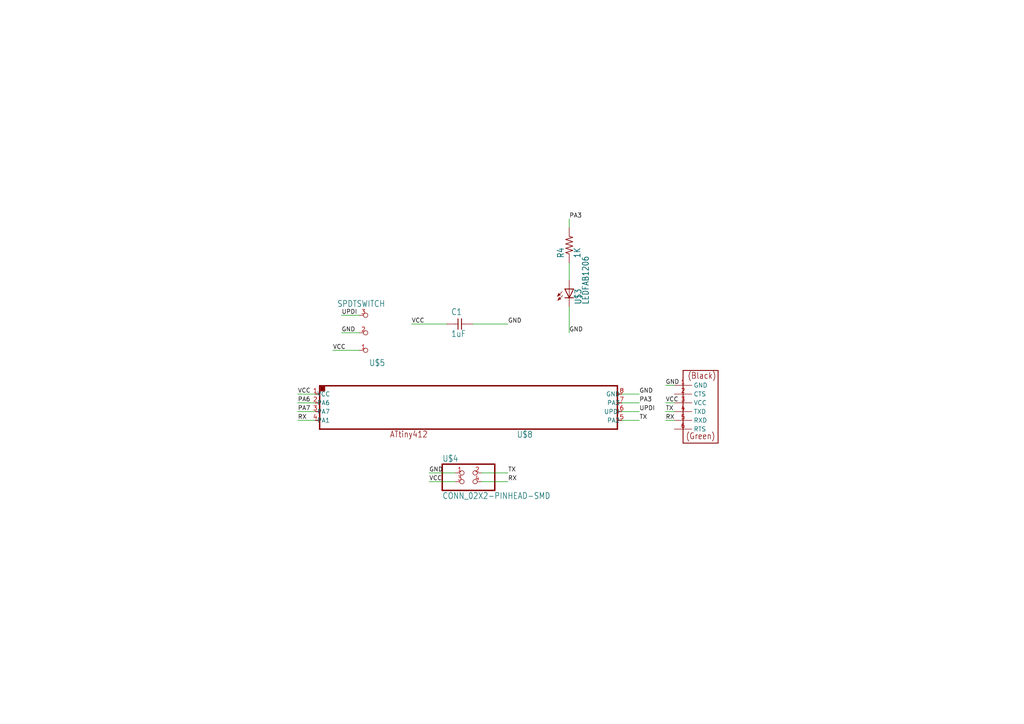
<source format=kicad_sch>
(kicad_sch (version 20211123) (generator eeschema)
  (paper "A4")
  (lib_symbols
    (symbol "ATtiny412_networking_master-eagle-import:CAP_UNPOLARIZEDFAB"
      (property "Reference" "C" (at -3.81 2.54 0))
      (property "Value" "CAP_UNPOLARIZEDFAB" (at -3.81 -3.81 0))
      (symbol "CAP_UNPOLARIZEDFAB_1_0"
        (polyline (pts (xy -2.54 0) (xy -1.778 0)) (stroke (width 0.1524)))
        (polyline (pts (xy -1.778 0) (xy -1.778 -1.524)) (stroke (width 0.254)))
        (polyline (pts (xy -1.778 1.524) (xy -1.778 0)) (stroke (width 0.254)))
        (polyline (pts (xy -0.762 0) (xy -0.762 -1.524)) (stroke (width 0.254)))
        (polyline (pts (xy -0.762 0) (xy 0 0)) (stroke (width 0.1524)))
        (polyline (pts (xy -0.762 1.524) (xy -0.762 0)) (stroke (width 0.254)))
        (pin passive line (at -5.08 0 0) (length 2.54) (name "1") (number "1"))
        (pin passive line (at 2.54 0 180) (length 2.54) (name "2") (number "2"))
      )
    )
    (symbol "ATtiny412_networking_master-eagle-import:CONN_02X2-PINHEAD-SMD"
      (property "Value" "CONN_02X2-PINHEAD-SMD" (at -8.89 -5.08 0))
      (symbol "CONN_02X2-PINHEAD-SMD_1_0"
        (polyline (pts (xy -8.89 -2.54) (xy 6.35 -2.54)) (stroke (width 0.4064)))
        (polyline (pts (xy -8.89 5.08) (xy -8.89 -2.54)) (stroke (width 0.4064)))
        (polyline (pts (xy 6.35 -2.54) (xy 6.35 5.08)) (stroke (width 0.4064)))
        (polyline (pts (xy 6.35 5.08) (xy -8.89 5.08)) (stroke (width 0.4064)))
        (pin passive inverted (at -5.08 2.54 0) (length 2.54) (name "1") (number "1"))
        (pin passive inverted (at 2.54 2.54 180) (length 2.54) (name "2") (number "2"))
        (pin passive inverted (at -5.08 0 0) (length 2.54) (name "3") (number "3"))
        (pin passive inverted (at 2.54 0 180) (length 2.54) (name "4") (number "4"))
      )
    )
    (symbol "ATtiny412_networking_master-eagle-import:CONN_06_FTDI-SMD-HEADER"
      (symbol "CONN_06_FTDI-SMD-HEADER_1_0"
        (polyline (pts (xy 2.54 -4.064) (xy 12.7 -4.064)) (stroke (width 0.254)))
        (polyline (pts (xy 2.54 17.018) (xy 2.54 -4.064)) (stroke (width 0.254)))
        (polyline (pts (xy 12.7 -4.064) (xy 12.7 17.018)) (stroke (width 0.254)))
        (polyline (pts (xy 12.7 17.018) (xy 2.54 17.018)) (stroke (width 0.254)))
        (text "(Black)" (at 3.81 14.478 0) (effects (font (size 1.778 1.5113)) (justify left bottom)))
        (text "(Green)" (at 3.302 -3.048 0) (effects (font (size 1.778 1.5113)) (justify left bottom)))
        (pin bidirectional line (at 0 12.7 0) (length 5.08) (name "GND") (number "1"))
        (pin bidirectional line (at 0 10.16 0) (length 5.08) (name "CTS") (number "2"))
        (pin bidirectional line (at 0 7.62 0) (length 5.08) (name "VCC") (number "3"))
        (pin bidirectional line (at 0 5.08 0) (length 5.08) (name "TXD") (number "4"))
        (pin bidirectional line (at 0 2.54 0) (length 5.08) (name "RXD") (number "5"))
        (pin bidirectional line (at 0 0 0) (length 5.08) (name "RTS") (number "6"))
      )
    )
    (symbol "ATtiny412_networking_master-eagle-import:LEDFAB1206"
      (property "Value" "LEDFAB1206" (at 5.715 -2.032 90))
      (symbol "LEDFAB1206_1_0"
        (polyline (pts (xy -2.032 1.778) (xy -3.429 0.381)) (stroke (width 0.1524)))
        (polyline (pts (xy -1.905 0.635) (xy -3.302 -0.762)) (stroke (width 0.1524)))
        (polyline (pts (xy 0 0) (xy -1.27 0)) (stroke (width 0.254)))
        (polyline (pts (xy 0 0) (xy -1.27 2.54)) (stroke (width 0.254)))
        (polyline (pts (xy 0 2.54) (xy -1.27 2.54)) (stroke (width 0.254)))
        (polyline (pts (xy 0 2.54) (xy 0 0)) (stroke (width 0.1524)))
        (polyline (pts (xy 1.27 0) (xy 0 0)) (stroke (width 0.254)))
        (polyline (pts (xy 1.27 2.54) (xy 0 0)) (stroke (width 0.254)))
        (polyline (pts (xy 1.27 2.54) (xy 0 2.54)) (stroke (width 0.254)))
        (polyline (pts (xy -3.429 0.381) (xy -3.048 1.27) (xy -2.54 0.762)) (fill (type outline)))
        (polyline (pts (xy -3.302 -0.762) (xy -2.921 0.127) (xy -2.413 -0.381)) (fill (type outline)))
        (pin passive line (at 0 5.08 270) (length 2.54) (name "A") (number "1"))
        (pin passive line (at 0 -2.54 90) (length 2.54) (name "C") (number "2"))
      )
    )
    (symbol "ATtiny412_networking_master-eagle-import:R1206FAB"
      (property "Reference" "R" (at -3.81 1.4986 0))
      (property "Value" "R1206FAB" (at -3.81 -3.302 0))
      (symbol "R1206FAB_1_0"
        (polyline (pts (xy -2.54 0) (xy -2.159 1.016)) (stroke (width 0.2032)))
        (polyline (pts (xy -2.159 1.016) (xy -1.524 -1.016)) (stroke (width 0.2032)))
        (polyline (pts (xy -1.524 -1.016) (xy -0.889 1.016)) (stroke (width 0.2032)))
        (polyline (pts (xy -0.889 1.016) (xy -0.254 -1.016)) (stroke (width 0.2032)))
        (polyline (pts (xy -0.254 -1.016) (xy 0.381 1.016)) (stroke (width 0.2032)))
        (polyline (pts (xy 0.381 1.016) (xy 1.016 -1.016)) (stroke (width 0.2032)))
        (polyline (pts (xy 1.016 -1.016) (xy 1.651 1.016)) (stroke (width 0.2032)))
        (polyline (pts (xy 1.651 1.016) (xy 2.286 -1.016)) (stroke (width 0.2032)))
        (polyline (pts (xy 2.286 -1.016) (xy 2.54 0)) (stroke (width 0.2032)))
        (pin passive line (at -5.08 0 0) (length 2.54) (name "1") (number "1"))
        (pin passive line (at 5.08 0 180) (length 2.54) (name "2") (number "2"))
      )
    )
    (symbol "ATtiny412_networking_master-eagle-import:SPDTSWITCH"
      (property "Value" "SPDTSWITCH" (at -7.62 -9.398 0))
      (symbol "SPDTSWITCH_1_0"
        (pin passive inverted (at 0 5.08 180) (length 2.54) (name "1") (number "1"))
        (pin passive inverted (at 0 0 180) (length 2.54) (name "2") (number "2"))
        (pin passive inverted (at 0 -5.08 180) (length 2.54) (name "3") (number "3"))
      )
    )
    (symbol "ATtiny412_networking_master-eagle-import:UC_ATTINY45SI"
      (symbol "UC_ATTINY45SI_1_0"
        (rectangle (start -51.816 5.969) (end -50.546 7.239) (fill (type outline)))
        (polyline (pts (xy -53.34 -2.54) (xy -52.07 -2.54)) (stroke (width 0.254)))
        (polyline (pts (xy -53.34 0) (xy -52.07 0)) (stroke (width 0.254)))
        (polyline (pts (xy -53.34 2.54) (xy -52.07 2.54)) (stroke (width 0.254)))
        (polyline (pts (xy -53.34 5.08) (xy -52.07 5.08)) (stroke (width 0.254)))
        (polyline (pts (xy -52.07 -5.08) (xy 34.29 -5.08)) (stroke (width 0.4064)))
        (polyline (pts (xy -52.07 -2.54) (xy -52.07 -5.08)) (stroke (width 0.4064)))
        (polyline (pts (xy -52.07 0) (xy -52.07 -2.54)) (stroke (width 0.4064)))
        (polyline (pts (xy -52.07 2.54) (xy -52.07 0)) (stroke (width 0.4064)))
        (polyline (pts (xy -52.07 5.08) (xy -52.07 2.54)) (stroke (width 0.4064)))
        (polyline (pts (xy -52.07 7.493) (xy -52.07 5.08)) (stroke (width 0.4064)))
        (polyline (pts (xy 34.29 -5.08) (xy 34.29 -2.54)) (stroke (width 0.4064)))
        (polyline (pts (xy 34.29 -2.54) (xy 34.29 0)) (stroke (width 0.4064)))
        (polyline (pts (xy 34.29 -2.54) (xy 35.56 -2.54)) (stroke (width 0.254)))
        (polyline (pts (xy 34.29 0) (xy 34.29 2.54)) (stroke (width 0.4064)))
        (polyline (pts (xy 34.29 0) (xy 35.56 0)) (stroke (width 0.254)))
        (polyline (pts (xy 34.29 2.54) (xy 34.29 5.08)) (stroke (width 0.4064)))
        (polyline (pts (xy 34.29 2.54) (xy 35.56 2.54)) (stroke (width 0.254)))
        (polyline (pts (xy 34.29 5.08) (xy 34.29 7.493)) (stroke (width 0.4064)))
        (polyline (pts (xy 34.29 5.08) (xy 35.56 5.08)) (stroke (width 0.254)))
        (polyline (pts (xy 34.29 7.493) (xy -52.07 7.493)) (stroke (width 0.4064)))
        (text "ATtiny412" (at -31.75 -7.62 0) (effects (font (size 1.778 1.5113)) (justify left bottom)))
        (pin bidirectional line (at -53.34 5.08 0) (length 0) (name "VCC") (number "1"))
        (pin bidirectional line (at -53.34 2.54 0) (length 0) (name "PA6") (number "2"))
        (pin bidirectional line (at -53.34 0 0) (length 0) (name "PA7") (number "3"))
        (pin bidirectional line (at -53.34 -2.54 0) (length 0) (name "PA1") (number "4"))
        (pin bidirectional line (at 35.56 -2.54 180) (length 0) (name "PA2") (number "5"))
        (pin bidirectional line (at 35.56 0 180) (length 0) (name "UPDI") (number "6"))
        (pin bidirectional line (at 35.56 2.54 180) (length 0) (name "PA3") (number "7"))
        (pin bidirectional line (at 35.56 5.08 180) (length 0) (name "GND") (number "8"))
      )
    )
  )
  (wire (pts (xy 137.16 93.98) (xy 147.32 93.98)))
  (wire (pts (xy 129.54 93.98) (xy 119.38 93.98)))
  (wire (pts (xy 165.1 88.9) (xy 165.1 96.52)))
  (wire (pts (xy 195.58 116.84) (xy 193.04 116.84)))
  (wire (pts (xy 180.34 116.84) (xy 185.42 116.84)))
  (wire (pts (xy 180.34 121.92) (xy 185.42 121.92)))
  (wire (pts (xy 104.14 101.6) (xy 96.52 101.6)))
  (wire (pts (xy 91.44 121.92) (xy 86.36 121.92)))
  (wire (pts (xy 132.08 137.16) (xy 124.46 137.16)))
  (wire (pts (xy 139.7 137.16) (xy 147.32 137.16)))
  (wire (pts (xy 195.58 119.38) (xy 193.04 119.38)))
  (wire (pts (xy 195.58 121.92) (xy 193.04 121.92)))
  (wire (pts (xy 91.44 114.3) (xy 86.36 114.3)))
  (wire (pts (xy 104.14 96.52) (xy 99.06 96.52)))
  (wire (pts (xy 132.08 139.7) (xy 124.46 139.7)))
  (wire (pts (xy 91.44 116.84) (xy 86.36 116.84)))
  (wire (pts (xy 91.44 119.38) (xy 86.36 119.38)))
  (wire (pts (xy 165.1 66.04) (xy 165.1 63.5)))
  (wire (pts (xy 139.7 139.7) (xy 147.32 139.7)))
  (wire (pts (xy 195.58 111.76) (xy 193.04 111.76)))
  (wire (pts (xy 180.34 114.3) (xy 185.42 114.3)))
  (wire (pts (xy 104.14 91.44) (xy 99.06 91.44)))
  (wire (pts (xy 180.34 119.38) (xy 185.42 119.38)))
  (wire (pts (xy 165.1 81.28) (xy 165.1 76.2)))
  (label "PA6" (at 86.36 116.84 0) (effects (font (size 1.2446 1.2446))))
  (label "GND" (at 147.32 93.98 0) (effects (font (size 1.2446 1.2446))))
  (label "VCC" (at 86.36 114.3 0) (effects (font (size 1.2446 1.2446))))
  (label "UPDI" (at 99.06 91.44 0) (effects (font (size 1.2446 1.2446))))
  (label "RX" (at 147.32 139.7 0) (effects (font (size 1.2446 1.2446))))
  (label "GND" (at 193.04 111.76 0) (effects (font (size 1.2446 1.2446))))
  (label "TX" (at 185.42 121.92 0) (effects (font (size 1.2446 1.2446))))
  (label "TX" (at 193.04 119.38 0) (effects (font (size 1.2446 1.2446))))
  (label "GND" (at 99.06 96.52 0) (effects (font (size 1.2446 1.2446))))
  (label "GND" (at 165.1 96.52 0) (effects (font (size 1.2446 1.2446))))
  (label "VCC" (at 193.04 116.84 0) (effects (font (size 1.2446 1.2446))))
  (label "TX" (at 147.32 137.16 0) (effects (font (size 1.2446 1.2446))))
  (label "GND" (at 124.46 137.16 0) (effects (font (size 1.2446 1.2446))))
  (label "RX" (at 86.36 121.92 0) (effects (font (size 1.2446 1.2446))))
  (label "VCC" (at 96.52 101.6 0) (effects (font (size 1.2446 1.2446))))
  (label "UPDI" (at 185.42 119.38 0) (effects (font (size 1.2446 1.2446))))
  (label "PA3" (at 165.1 63.5 0) (effects (font (size 1.2446 1.2446))))
  (label "VCC" (at 124.46 139.7 0) (effects (font (size 1.2446 1.2446))))
  (label "RX" (at 193.04 121.92 0) (effects (font (size 1.2446 1.2446))))
  (label "GND" (at 185.42 114.3 0) (effects (font (size 1.2446 1.2446))))
  (label "PA7" (at 86.36 119.38 0) (effects (font (size 1.2446 1.2446))))
  (label "VCC" (at 119.38 93.98 0) (effects (font (size 1.2446 1.2446))))
  (label "PA3" (at 185.42 116.84 0) (effects (font (size 1.2446 1.2446))))
  (symbol (lib_id "ATtiny412_networking_master-eagle-import:CONN_06_FTDI-SMD-HEADER") (at 195.58 124.46 0)
    (property "Reference" "U$2" (effects hide))
    (property "Value" "CONN_06_FTDI-SMD-HEADER" (effects hide))
    (property "Footprint" "ATtiny412_networking_master:1X06SMD" (effects hide))
  )
  (symbol (lib_id "ATtiny412_networking_master-eagle-import:R1206FAB") (at 165.1 71.12 90)
    (property "Reference" "R4" (at 163.6014 74.93 0) (effects (font (size 1.778 1.5113)) (justify left bottom)))
    (property "Value" "1K" (at 168.402 74.93 0) (effects (font (size 1.778 1.5113)) (justify left bottom)))
    (property "Footprint" "ATtiny412_networking_master:R1206FAB" (effects hide))
  )
  (symbol (lib_id "ATtiny412_networking_master-eagle-import:LEDFAB1206") (at 165.1 86.36 0)
    (property "Reference" "U$3" (at 168.656 88.392 90) (effects (font (size 1.778 1.5113)) (justify left bottom)))
    (property "Value" "LEDFAB1206" (at 170.815 88.392 90) (effects (font (size 1.778 1.5113)) (justify left bottom)))
    (property "Footprint" "ATtiny412_networking_master:LED1206FAB" (effects hide))
  )
  (symbol (lib_id "ATtiny412_networking_master-eagle-import:UC_ATTINY45SI") (at 144.78 119.38 0)
    (property "Reference" "U$8" (at 149.86 127 0) (effects (font (size 1.778 1.5113)) (justify left bottom)))
    (property "Value" "UC_ATTINY45SI" (effects hide))
    (property "Footprint" "ATtiny412_networking_master:SOIC8" (effects hide))
  )
  (symbol (lib_id "ATtiny412_networking_master-eagle-import:CAP_UNPOLARIZEDFAB") (at 134.62 93.98 0)
    (property "Reference" "C1" (at 130.81 91.44 0) (effects (font (size 1.778 1.5113)) (justify left bottom)))
    (property "Value" "1uF" (at 130.81 97.79 0) (effects (font (size 1.778 1.5113)) (justify left bottom)))
    (property "Footprint" "ATtiny412_networking_master:C1206FAB" (effects hide))
  )
  (symbol (lib_id "ATtiny412_networking_master-eagle-import:CONN_02X2-PINHEAD-SMD") (at 137.16 139.7 0)
    (property "Reference" "U$4" (at 128.27 133.985 0) (effects (font (size 1.778 1.5113)) (justify left bottom)))
    (property "Value" "CONN_02X2-PINHEAD-SMD" (at 128.27 144.78 0) (effects (font (size 1.778 1.5113)) (justify left bottom)))
    (property "Footprint" "ATtiny412_networking_master:2X02SMD" (effects hide))
  )
  (symbol (lib_id "ATtiny412_networking_master-eagle-import:SPDTSWITCH") (at 104.14 96.52 180)
    (property "Reference" "U$5" (at 111.76 104.267 0) (effects (font (size 1.778 1.5113)) (justify left bottom)))
    (property "Value" "SPDTSWITCH" (at 111.76 87.122 0) (effects (font (size 1.778 1.5113)) (justify left bottom)))
    (property "Footprint" "ATtiny412_networking_master:SPDTSWITCH" (effects hide))
  )
)
</source>
